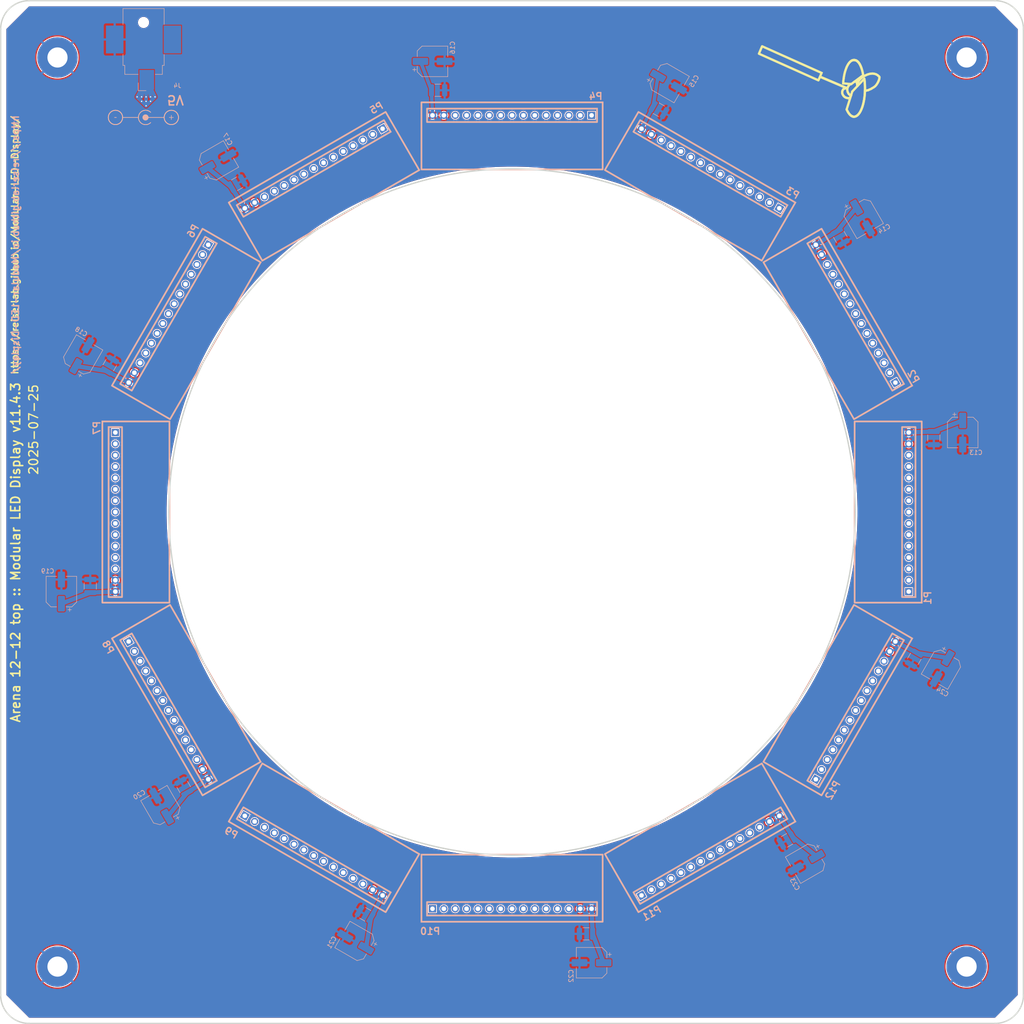
<source format=kicad_pcb>
(kicad_pcb (version 20241229) (generator "pcbnew") (generator_version "9.0")
  (title_block (title "Arena 12-12 top :: Modular LED Display") (date "2025-07-25") (rev "v11.4.3") (company "IORodeo for Reiserlab @ Janelia"))
  (layers (0 "F.Cu" signal) (2 "B.Cu" signal) (13 "F.Paste" user) (15 "B.Paste" user) (5 "F.SilkS" user "F.Silkscreen") (7 "B.SilkS" user "B.Silkscreen") (1 "F.Mask" user) (3 "B.Mask" user) (25 "Edge.Cuts" user))
  (property "URL" "")
  (net 0 "")
  (net 1 "+5V")
  (net 15 "GND")
  (footprint "MountingHole:MountingHole_4.5mm_Pad" (layer "F.Cu") (at 76.2 76.2)
    (property "Reference" "H1" (hide yes))
    (property "Value" "MountingHole_Pad" (hide yes))
  )
  (footprint "MountingHole:MountingHole_4.5mm_Pad" (layer "F.Cu") (at 279.4 279.4)
    (property "Reference" "H3" (hide yes))
    (property "Value" "MountingHole_Pad" (hide yes))
  )
  (footprint "MountingHole:MountingHole_4.5mm_Pad" (layer "F.Cu") (at 76.2 279.4)
    (property "Reference" "H4" (hide yes))
    (property "Value" "MountingHole_Pad" (hide yes))
  )
  (footprint "MountingHole:MountingHole_4.5mm_Pad" (layer "F.Cu") (at 279.4 76.2)
    (property "Reference" "H2" (hide yes))
    (property "Value" "MountingHole_Pad" (hide yes))
  )
  (footprint "Capacitor_SMD:CP_Elec_6.3x7.7" (layer "B.Cu") (at 160.02 77.070199)
    (property "Reference" "C16")
    (property "Value" "C_Polarized")
  )
  (footprint "Capacitor_SMD:C_1210_3225Metric" (layer "B.Cu") (at 210.617465 87.884082 -30)
    (property "Reference" "C3" (hide yes))
    (property "Value" "100uF" (hide yes))
  )
  (footprint "Connector_BarrelJack:BarrelJack_CUI_PJ-036AH-SMT_Horizontal" (layer "B.Cu") (at 95.44 75.37)
    (property "Reference" "J4")
    (property "Value" "Barrel_Jack")
  )
  (footprint "arena_custom:HEADER_TOP" (layer "B.Cu") (at 177.799999 266.474028)
    (property "Reference" "P10")
    (property "Value" "CONN15" (hide yes))
  )
  (footprint "arena_custom:HEADER_TOP" (layer "B.Cu") (at 254.593961 222.137014 60)
    (property "Reference" "P12")
    (property "Value" "CONN15" (hide yes))
  )
  (footprint "arena_custom:HEADER_TOP" (layer "B.Cu") (at 89.125971 177.8 -90)
    (property "Reference" "P7")
    (property "Value" "CONN15" (hide yes))
  )
  (footprint "Capacitor_SMD:CP_Elec_6.3x7.7" (layer "B.Cu") (at 273.924566 212.766968 -120)
    (property "Reference" "C24")
    (property "Value" "C_Polarized")
  )
  (footprint "Capacitor_SMD:C_1210_3225Metric" (layer "B.Cu") (at 161.2628 83.521799)
    (property "Reference" "C4" (hide yes))
    (property "Value" "100uF" (hide yes))
  )
  (footprint "Capacitor_SMD:C_1210_3225Metric" (layer "B.Cu") (at 267.715917 210.617465 -120)
    (property "Reference" "C12" (hide yes))
    (property "Value" "100uF" (hide yes))
  )
  (footprint "Capacitor_SMD:CP_Elec_6.3x7.7" (layer "B.Cu") (at 243.562832 256.144566 -150)
    (property "Reference" "C23")
    (property "Value" "C_Polarized")
  )
  (footprint "Capacitor_SMD:C_1210_3225Metric" (layer "B.Cu") (at 104.421282 239.260735 120)
    (property "Reference" "C8" (hide yes))
    (property "Value" "100uF" (hide yes))
  )
  (footprint "arena_custom:HEADER_TOP" (layer "B.Cu") (at 133.462985 254.593961 -30)
    (property "Reference" "P9")
    (property "Value" "CONN15" (hide yes))
  )
  (footprint "arena_custom:HEADER_TOP" (layer "B.Cu") (at 222.137014 254.593961 30)
    (property "Reference" "P11")
    (property "Value" "CONN15" (hide yes))
  )
  (footprint "Capacitor_SMD:CP_Elec_6.3x7.7" (layer "B.Cu") (at 77.070199 195.58 90)
    (property "Reference" "C19")
    (property "Value" "C_Polarized")
  )
  (footprint "Capacitor_SMD:CP_Elec_6.3x7.7" (layer "B.Cu") (at 142.833031 273.924566 150)
    (property "Reference" "C21")
    (property "Value" "C_Polarized")
  )
  (footprint "Capacitor_SMD:CP_Elec_6.3x7.7" (layer "B.Cu") (at 195.579999 278.5298 180)
    (property "Reference" "C22")
    (property "Value" "C_Polarized")
  )
  (footprint "Capacitor_SMD:C_1210_3225Metric" (layer "B.Cu") (at 116.339264 104.421282 30)
    (property "Reference" "C5" (hide yes))
    (property "Value" "100uF" (hide yes))
  )
  (footprint "arena_custom:HEADER_TOP" (layer "B.Cu") (at 133.462985 101.006038 -150)
    (property "Reference" "P5")
    (property "Value" "CONN15" (hide yes))
  )
  (footprint "Capacitor_SMD:C_1210_3225Metric" (layer "B.Cu") (at 239.260735 251.178717 -150)
    (property "Reference" "C11" (hide yes))
    (property "Value" "100uF" (hide yes))
  )
  (footprint "arena_custom:HEADER_TOP" (layer "B.Cu") (at 177.8 89.125971 180)
    (property "Reference" "P4")
    (property "Value" "CONN15" (hide yes))
  )
  (footprint "Capacitor_SMD:C_1210_3225Metric" (layer "B.Cu") (at 272.0782 161.2628 -90)
    (property "Reference" "C1" (hide yes))
    (property "Value" "100uF" (hide yes))
  )
  (footprint "Capacitor_SMD:C_1210_3225Metric" (layer "B.Cu") (at 251.178717 116.339264 -60)
    (property "Reference" "C2" (hide yes))
    (property "Value" "100uF" (hide yes))
  )
  (footprint "arena_custom:HEADER_TOP" (layer "B.Cu") (at 266.474028 177.8 90)
    (property "Reference" "P1")
    (property "Value" "CONN15" (hide yes))
  )
  (footprint "arena_custom:HEADER_TOP" (layer "B.Cu") (at 101.006038 133.462985 -120)
    (property "Reference" "P6")
    (property "Value" "CONN15" (hide yes))
  )
  (footprint "Capacitor_SMD:CP_Elec_6.3x7.7" (layer "B.Cu") (at 256.144566 112.037167 -60)
    (property "Reference" "C14")
    (property "Value" "C_Polarized")
  )
  (footprint "arena_custom:HEADER_TOP" (layer "B.Cu") (at 101.006038 222.137014 -60)
    (property "Reference" "P8")
    (property "Value" "CONN15" (hide yes))
  )
  (footprint "Capacitor_SMD:CP_Elec_6.3x7.7" (layer "B.Cu") (at 81.675433 142.833031 60)
    (property "Reference" "C18")
    (property "Value" "C_Polarized")
  )
  (footprint "Capacitor_SMD:CP_Elec_6.3x7.7" (layer "B.Cu") (at 112.037167 99.455433 30)
    (property "Reference" "C17")
    (property "Value" "C_Polarized")
  )
  (footprint "Capacitor_SMD:CP_Elec_6.3x7.7" (layer "B.Cu") (at 99.455433 243.562832 120)
    (property "Reference" "C20")
    (property "Value" "C_Polarized")
  )
  (footprint "Capacitor_SMD:C_1210_3225Metric" (layer "B.Cu") (at 87.884082 144.982534 60)
    (property "Reference" "C6" (hide yes))
    (property "Value" "100uF" (hide yes))
  )
  (footprint "arena_custom:HEADER_TOP" (layer "B.Cu") (at 254.593961 133.462985 120)
    (property "Reference" "P2")
    (property "Value" "CONN15" (hide yes))
  )
  (footprint "Capacitor_SMD:C_1210_3225Metric" (layer "B.Cu") (at 194.3372 272.0782 180)
    (property "Reference" "C10" (hide yes))
    (property "Value" "100uF" (hide yes))
  )
  (footprint "Capacitor_SMD:C_1210_3225Metric" (layer "B.Cu") (at 144.982534 267.715917 150)
    (property "Reference" "C9" (hide yes))
    (property "Value" "100uF" (hide yes))
  )
  (footprint "Capacitor_SMD:C_1210_3225Metric" (layer "B.Cu") (at 83.521799 194.3372 90)
    (property "Reference" "C7" (hide yes))
    (property "Value" "100uF" (hide yes))
  )
  (footprint "arena_custom:HEADER_TOP" (layer "B.Cu") (at 222.137014 101.006038 150)
    (property "Reference" "P3")
    (property "Value" "CONN15" (hide yes))
  )
  (footprint "Capacitor_SMD:CP_Elec_6.3x7.7" (layer "B.Cu") (at 212.766968 81.675433 -30)
    (property "Reference" "C15")
    (property "Value" "C_Polarized")
  )
  (footprint "Capacitor_SMD:CP_Elec_6.3x7.7" (layer "B.Cu") (at 278.5298 160.02 -90)
    (property "Reference" "C13")
    (property "Value" "C_Polarized")
  )
  (gr_line (start 252.745149 83.158866) (end 252.846682 82.811084) (stroke (width 0.514144)) (layer "F.SilkS"))
  (gr_line (start 254.751959 76.886737) (end 254.832186 76.932059) (stroke (width 0.514144)) (layer "F.SilkS"))
  (gr_line (start 253.201058 84.487587) (end 253.055121 84.332802) (stroke (width 0.514144)) (layer "F.SilkS"))
  (gr_line (start 252.707264 88.059074) (end 252.792607 88.226355) (stroke (width 0.514144)) (layer "F.SilkS"))
  (gr_line (start 255.278026 77.343544) (end 255.346418 77.434821) (stroke (width 0.514144)) (layer "F.SilkS"))
  (gr_line (start 254.88994 81.956723) (end 255.36423 81.335224) (stroke (width 0.514144)) (layer "F.SilkS"))
  (gr_line (start 254.006568 89.40495) (end 254.063107 89.416693) (stroke (width 0.514144)) (layer "F.SilkS"))
  (gr_line (start 253.168768 77.367627) (end 253.366821 77.154429) (stroke (width 0.514144)) (layer "F.SilkS"))
  (gr_line (start 256.126945 79.349167) (end 256.211541 79.714153) (stroke (width 0.514144)) (layer "F.SilkS"))
  (gr_line (start 256.610532 81.473064) (end 256.581974 81.216356) (stroke (width 0.514144)) (layer "F.SilkS"))
  (gr_line (start 255.478139 77.636285) (end 255.541468 77.746351) (stroke (width 0.514144)) (layer "F.SilkS"))
  (gr_line (start 254.121027 76.766337) (end 254.235015 76.759866) (stroke (width 0.514144)) (layer "F.SilkS"))
  (gr_line (start 253.568776 84.683342) (end 253.389552 84.621868) (stroke (width 0.514144)) (layer "F.SilkS"))
  (gr_line (start 252.619628 85.238463) (end 252.334113 85.137051) (stroke (width 0.514144)) (layer "F.SilkS"))
  (gr_line (start 256.498768 85.562187) (end 256.542752 85.274453) (stroke (width 0.514144)) (layer "F.SilkS"))
  (gr_line (start 252.096227 79.908031) (end 252.209505 79.447517) (stroke (width 0.514144)) (layer "F.SilkS"))
  (gr_line (start 254.936303 81.581314) (end 255.149848 81.616142) (stroke (width 0.514144)) (layer "F.SilkS"))
  (gr_line (start 255.004947 82.561612) (end 254.88994 81.956723) (stroke (width 0.514144)) (layer "F.SilkS"))
  (gr_line (start 255.063197 81.879162) (end 255.097867 81.791672) (stroke (width 0.514144)) (layer "F.SilkS"))
  (gr_line (start 253.573375 76.984955) (end 253.679557 76.917271) (stroke (width 0.514144)) (layer "F.SilkS"))
  (gr_line (start 255.191303 88.934018) (end 255.300145 88.807136) (stroke (width 0.514144)) (layer "F.SilkS"))
  (gr_line (start 254.234763 89.43192) (end 254.361233 89.423675) (stroke (width 0.514144)) (layer "F.SilkS"))
  (gr_line (start 254.361233 89.423675) (end 254.486039 89.399209) (stroke (width 0.514144)) (layer "F.SilkS"))
  (gr_line (start 256.053633 87.356131) (end 256.13085 87.126231) (stroke (width 0.514144)) (layer "F.SilkS"))
  (gr_line (start 254.586424 76.816575) (end 254.670039 76.848223) (stroke (width 0.514144)) (layer "F.SilkS"))
  (gr_line (start 255.097867 81.791672) (end 255.149848 81.616142) (stroke (width 0.514144)) (layer "F.SilkS"))
  (gr_line (start 254.832186 76.932059) (end 254.910721 76.984126) (stroke (width 0.514144)) (layer "F.SilkS"))
  (gr_line (start 255.886058 78.533617) (end 255.937597 78.685409) (stroke (width 0.514144)) (layer "F.SilkS"))
  (gr_line (start 252.209505 79.447517) (end 252.337602 79.01604) (stroke (width 0.514144)) (layer "F.SilkS"))
  (gr_line (start 256.395325 86.116053) (end 256.449574 85.842853) (stroke (width 0.514144)) (layer "F.SilkS"))
  (gr_line (start 254.965543 89.147073) (end 255.079717 89.047463) (stroke (width 0.514144)) (layer "F.SilkS"))
  (gr_line (start 254.177219 89.430215) (end 254.234763 89.43192) (stroke (width 0.514144)) (layer "F.SilkS"))
  (gr_line (start 254.235015 76.759866) (end 254.325411 76.763441) (stroke (width 0.514144)) (layer "F.SilkS"))
  (gr_line (start 255.062715 77.108259) (end 255.136175 77.180203) (stroke (width 0.514144)) (layer "F.SilkS"))
  (gr_line (start 254.980877 82.202116) (end 254.982787 82.188752) (stroke (width 0.514144)) (layer "F.SilkS"))
  (gr_line (start 252.979735 85.300139) (end 252.619628 85.238463) (stroke (width 0.514144)) (layer "F.SilkS"))
  (gr_line (start 253.568776 84.683342) (end 253.330451 85.199455) (stroke (width 0.514144)) (layer "F.SilkS"))
  (gr_line (start 251.706046 84.476022) (end 251.615916 84.247664) (stroke (width 0.514144)) (layer "F.SilkS"))
  (gr_line (start 257.776502 79.856604) (end 258.143428 79.801214) (stroke (width 0.514144)) (layer "F.SilkS"))
  (gr_line (start 254.008374 76.785575) (end 254.121027 76.766337) (stroke (width 0.514144)) (layer "F.SilkS"))
  (gr_line (start 258.955367 82.627557) (end 258.65461 82.854604) (stroke (width 0.514144)) (layer "F.SilkS"))
  (gr_line (start 259.925168 80.667401) (end 259.88186 80.992598) (stroke (width 0.514144)) (layer "F.SilkS"))
  (gr_line (start 259.72169 80.336422) (end 259.898368 80.517697) (stroke (width 0.514144)) (layer "F.SilkS"))
  (gr_line (start 251.901095 84.782901) (end 251.706046 84.476022) (stroke (width 0.514144)) (layer "F.SilkS"))
  (gr_line (start 256.449574 85.842853) (end 256.498768 85.562187) (stroke (width 0.514144)) (layer "F.SilkS"))
  (gr_line (start 255.603112 77.862559) (end 255.66307 77.984848) (stroke (width 0.514144)) (layer "F.SilkS"))
  (gr_line (start 255.833575 80.825176) (end 256.07449 80.614733) (stroke (width 0.514144)) (layer "F.SilkS"))
  (gr_poly (pts (xy 233.689051 73.692292) (xy 246.988669 79.646922) (xy 246.280092 81.308769) (xy 232.980474 75.354138)) (stroke (width 0.514144)) (fill no) (layer "F.SilkS"))
  (gr_line (start 256.641902 84.372824) (end 256.663503 84.060799) (stroke (width 0.514144)) (layer "F.SilkS"))
  (gr_line (start 252.337602 79.01604) (end 252.479614 78.615696) (stroke (width 0.514144)) (layer "F.SilkS"))
  (gr_line (start 252.580092 87.824001) (end 252.624902 87.882548) (stroke (width 0.514144)) (layer "F.SilkS"))
  (gr_line (start 253.344445 82.172428) (end 253.372692 82.12807) (stroke (width 0.514144)) (layer "F.SilkS"))
  (gr_line (start 252.908719 84.084789) (end 252.794068 83.836328) (stroke (width 0.514144)) (layer "F.SilkS"))
  (gr_line (start 259.456946 80.118536) (end 259.72169 80.336422) (stroke (width 0.514144)) (layer "F.SilkS"))
  (gr_line (start 254.968217 82.368427) (end 254.973825 82.28596) (stroke (width 0.514144)) (layer "F.SilkS"))
  (gr_line (start 256.874789 80.168502) (end 257.100726 80.06007) (stroke (width 0.514144)) (layer "F.SilkS"))
  (gr_line (start 255.797816 87.98511) (end 255.886962 87.785968) (stroke (width 0.514144)) (layer "F.SilkS"))
  (gr_poly (pts (xy 246.873984 80.574988) (xy 252.49223 82.962519) (xy 252.474799 83.003556) (xy 246.856554 80.616024)) (stroke (width 0.514144)) (fill no) (layer "F.SilkS"))
  (gr_line (start 256.679124 83.743696) (end 256.68861 83.421913) (stroke (width 0.514144)) (layer "F.SilkS"))
  (gr_line (start 252.479614 78.615696) (end 252.634639 78.248584) (stroke (width 0.514144)) (layer "F.SilkS"))
  (gr_line (start 258.437888 79.790373) (end 258.773953 79.846174) (stroke (width 0.514144)) (layer "F.SilkS"))
  (gr_line (start 256.542752 85.274453) (end 256.581372 84.98005) (stroke (width 0.514144)) (layer "F.SilkS"))
  (gr_line (start 259.88186 80.992598) (end 259.768065 81.348094) (stroke (width 0.514144)) (layer "F.SilkS"))
  (gr_line (start 259.898368 80.517697) (end 259.925168 80.667401) (stroke (width 0.514144)) (layer "F.SilkS"))
  (gr_line (start 251.998669 80.395481) (end 252.096227 79.908031) (stroke (width 0.514144)) (layer "F.SilkS"))
  (gr_line (start 252.334113 85.137051) (end 252.098681 84.975552) (stroke (width 0.514144)) (layer "F.SilkS"))
  (gr_line (start 254.848933 89.232451) (end 254.965543 89.147073) (stroke (width 0.514144)) (layer "F.SilkS"))
  (gr_line (start 253.841094 83.805115) (end 252.580092 87.824001) (stroke (width 0.514144)) (layer "F.SilkS"))
  (gr_line (start 259.108666 79.927544) (end 259.456946 80.118536) (stroke (width 0.514144)) (layer "F.SilkS"))
  (gr_line (start 253.259934 88.913733) (end 253.360701 89.019333) (stroke (width 0.514144)) (layer "F.SilkS"))
  (gr_line (start 255.777931 78.247431) (end 255.832836 78.387604) (stroke (width 0.514144)) (layer "F.SilkS"))
  (gr_line (start 254.978624 82.225119) (end 254.980877 82.202116) (stroke (width 0.514144)) (layer "F.SilkS"))
  (gr_line (start 252.605399 83.108125) (end 252.605399 83.082556) (stroke (width 0.514144)) (layer "F.SilkS"))
  (gr_line (start 252.846682 82.811084) (end 253.066798 82.474847) (stroke (width 0.514144)) (layer "F.SilkS"))
  (gr_line (start 251.854325 81.442799) (end 251.917734 80.90777) (stroke (width 0.514144)) (layer "F.SilkS"))
  (gr_line (start 252.980119 77.622451) (end 253.168768 77.367627) (stroke (width 0.514144)) (layer "F.SilkS"))
  (gr_line (start 252.880814 88.384095) (end 252.971767 88.531998) (stroke (width 0.514144)) (layer "F.SilkS"))
  (gr_line (start 253.161445 88.797113) (end 253.259934 88.913733) (stroke (width 0.514144)) (layer "F.SilkS"))
  (gr_line (start 254.119996 89.425128) (end 254.177219 89.430215) (stroke (width 0.514144)) (layer "F.SilkS"))
  (gr_line (start 255.705002 88.173204) (end 255.797816 87.98511) (stroke (width 0.514144)) (layer "F.SilkS"))
  (gr_line (start 252.098681 84.975552) (end 251.901095 84.782901) (stroke (width 0.514144)) (layer "F.SilkS"))
  (gr_line (start 255.300145 88.807136) (end 255.406091 88.667216) (stroke (width 0.514144)) (layer "F.SilkS"))
  (gr_line (start 254.486039 89.399209) (end 254.609027 89.358917) (stroke (width 0.514144)) (layer "F.SilkS"))
  (gr_line (start 255.832836 78.387604) (end 255.886058 78.533617) (stroke (width 0.514144)) (layer "F.SilkS"))
  (gr_line (start 253.784201 89.325617) (end 253.894598 89.371681) (stroke (width 0.514144)) (layer "F.SilkS"))
  (gr_line (start 256.211541 79.714153) (end 256.299143 80.148776) (stroke (width 0.514144)) (layer "F.SilkS"))
  (gr_line (start 255.608673 88.349852) (end 255.705002 88.173204) (stroke (width 0.514144)) (layer "F.SilkS"))
  (gr_line (start 254.670039 76.848223) (end 254.751959 76.886737) (stroke (width 0.514144)) (layer "F.SilkS"))
  (gr_line (start 253.366821 77.154429) (end 253.573375 76.984955) (stroke (width 0.514144)) (layer "F.SilkS"))
  (gr_line (start 254.982787 82.188752) (end 255.063197 81.879162) (stroke (width 0.514144)) (layer "F.SilkS"))
  (gr_line (start 255.972286 87.576175) (end 256.053633 87.356131) (stroke (width 0.514144)) (layer "F.SilkS"))
  (gr_line (start 256.272274 86.638462) (end 256.336173 86.381389) (stroke (width 0.514144)) (layer "F.SilkS"))
  (gr_line (start 251.580485 83.954265) (end 251.641486 83.657003) (stroke (width 0.514144)) (layer "F.SilkS"))
  (gr_line (start 256.13085 87.126231) (end 256.203781 86.886876) (stroke (width 0.514144)) (layer "F.SilkS"))
  (gr_line (start 255.721342 78.113159) (end 255.777931 78.247431) (stroke (width 0.514144)) (layer "F.SilkS"))
  (gr_line (start 256.387042 80.431636) (end 256.579345 80.320442) (stroke (width 0.514144)) (layer "F.SilkS"))
  (gr_line (start 255.541468 77.746351) (end 255.603112 77.862559) (stroke (width 0.514144)) (layer "F.SilkS"))
  (gr_line (start 251.615916 84.247664) (end 251.580485 83.954265) (stroke (width 0.514144)) (layer "F.SilkS"))
  (gr_line (start 253.06535 88.66977) (end 253.161445 88.797113) (stroke (width 0.514144)) (layer "F.SilkS"))
  (gr_line (start 256.68861 83.421913) (end 256.691806 83.095848) (stroke (width 0.514144)) (layer "F.SilkS"))
  (gr_line (start 255.346418 77.434821) (end 255.413122 77.532421) (stroke (width 0.514144)) (layer "F.SilkS"))
  (gr_line (start 256.671051 82.26839) (end 256.655167 81.999351) (stroke (width 0.514144)) (layer "F.SilkS"))
  (gr_line (start 258.143428 79.801214) (end 258.437888 79.790373) (stroke (width 0.514144)) (layer "F.SilkS"))
  (gr_line (start 259.628035 81.655472) (end 259.474351 81.949791) (stroke (width 0.514144)) (layer "F.SilkS"))
  (gr_line (start 253.463629 89.113617) (end 253.5686 89.196289) (stroke (width 0.514144)) (layer "F.SilkS"))
  (gr_line (start 251.949529 81.99266) (end 251.809344 81.99847) (stroke (width 0.514144)) (layer "F.SilkS"))
  (gr_line (start 253.679557 76.917271) (end 253.787526 76.861305) (stroke (width 0.514144)) (layer "F.SilkS"))
  (gr_line (start 255.406091 88.667216) (end 255.508985 88.514655) (stroke (width 0.514144)) (layer "F.SilkS"))
  (gr_line (start 257.711562 83.360622) (end 257.366582 83.518349) (stroke (width 0.514144)) (layer "F.SilkS"))
  (gr_line (start 253.675496 89.267055) (end 253.784201 89.325617) (stroke (width 0.514144)) (layer "F.SilkS"))
  (gr_line (start 256.691806 83.095848) (end 256.689467 82.816909) (stroke (width 0.514144)) (layer "F.SilkS"))
  (gr_line (start 257.417584 79.947794) (end 257.776502 79.856604) (stroke (width 0.514144)) (layer "F.SilkS"))
  (gr_line (start 259.235236 82.31449) (end 258.955367 82.627557) (stroke (width 0.514144)) (layer "F.SilkS"))
  (gr_line (start 251.985146 83.188646) (end 252.269 83.108125) (stroke (width 0.514144)) (layer "F.SilkS"))
  (gr_line (start 252.801775 77.916803) (end 252.980119 77.622451) (stroke (width 0.514144)) (layer "F.SilkS"))
  (gr_line (start 257.078921 83.567266) (end 256.807132 83.662512) (stroke (width 0.514144)) (layer "F.SilkS"))
  (gr_line (start 252.971767 88.531998) (end 253.06535 88.66977) (stroke (width 0.514144)) (layer "F.SilkS"))
  (gr_line (start 259.768065 81.348094) (end 259.628035 81.655472) (stroke (width 0.514144)) (layer "F.SilkS"))
  (gr_line (start 258.773953 79.846174) (end 259.108666 79.927544) (stroke (width 0.514144)) (layer "F.SilkS"))
  (gr_line (start 258.303035 83.05475) (end 258.022666 83.232966) (stroke (width 0.514144)) (layer "F.SilkS"))
  (gr_line (start 254.987563 77.04288) (end 255.062715 77.108259) (stroke (width 0.514144)) (layer "F.SilkS"))
  (gr_line (start 254.501115 76.791856) (end 254.586424 76.816575) (stroke (width 0.514144)) (layer "F.SilkS"))
  (gr_line (start 253.89717 76.817319) (end 254.008374 76.785575) (stroke (width 0.514144)) (layer "F.SilkS"))
  (gr_line (start 259.474351 81.949791) (end 259.235236 82.31449) (stroke (width 0.514144)) (layer "F.SilkS"))
  (gr_line (start 255.886962 87.785968) (end 255.972286 87.576175) (stroke (width 0.514144)) (layer "F.SilkS"))
  (gr_line (start 254.063107 89.416693) (end 254.119996 89.425128) (stroke (width 0.514144)) (layer "F.SilkS"))
  (gr_line (start 254.730043 89.303198) (end 254.848933 89.232451) (stroke (width 0.514144)) (layer "F.SilkS"))
  (gr_line (start 254.414111 76.774124) (end 254.501115 76.791856) (stroke (width 0.514144)) (layer "F.SilkS"))
  (gr_line (start 253.055121 84.332802) (end 252.908719 84.084789) (stroke (width 0.514144)) (layer "F.SilkS"))
  (gr_line (start 255.413122 77.532421) (end 255.478139 77.636285) (stroke (width 0.514144)) (layer "F.SilkS"))
  (gr_line (start 256.614473 84.679374) (end 256.641902 84.372824) (stroke (width 0.514144)) (layer "F.SilkS"))
  (gr_line (start 254.327039 81.60624) (end 254.588826 81.574595) (stroke (width 0.514144)) (layer "F.SilkS"))
  (gr_line (start 253.787526 76.861305) (end 253.89717 76.817319) (stroke (width 0.514144)) (layer "F.SilkS"))
  (gr_line (start 253.372692 82.12807) (end 251.949529 81.99266) (stroke (width 0.514144)) (layer "F.SilkS"))
  (gr_line (start 255.508985 88.514655) (end 255.608673 88.349852) (stroke (width 0.514144)) (layer "F.SilkS"))
  (gr_line (start 255.136175 77.180203) (end 255.207945 77.258651) (stroke (width 0.514144)) (layer "F.SilkS"))
  (gr_line (start 255.36423 81.335224) (end 255.577794 81.063886) (stroke (width 0.514144)) (layer "F.SilkS"))
  (gr_line (start 251.790027 83.362635) (end 251.985146 83.188646) (stroke (width 0.514144)) (layer "F.SilkS"))
  (gr_line (start 251.917734 80.90777) (end 251.998669 80.395481) (stroke (width 0.514144)) (layer "F.SilkS"))
  (gr_line (start 255.937597 78.685409) (end 256.035632 79.006091) (stroke (width 0.514144)) (layer "F.SilkS"))
  (gr_line (start 253.894598 89.371681) (end 253.950394 89.389933) (stroke (width 0.514144)) (layer "F.SilkS"))
  (gr_line (start 252.736449 83.485256) (end 252.745149 83.158866) (stroke (width 0.514144)) (layer "F.SilkS"))
  (gr_line (start 256.336173 86.381389) (end 256.395325 86.116053) (stroke (width 0.514144)) (layer "F.SilkS"))
  (gr_line (start 252.794068 83.836328) (end 252.736449 83.485256) (stroke (width 0.514144)) (layer "F.SilkS"))
  (gr_line (start 253.330451 85.199455) (end 252.979735 85.300139) (stroke (width 0.514144)) (layer "F.SilkS"))
  (gr_line (start 257.366582 83.518349) (end 257.078921 83.567266) (stroke (width 0.514144)) (layer "F.SilkS"))
  (gr_line (start 253.389552 84.621868) (end 253.201058 84.487587) (stroke (width 0.514144)) (layer "F.SilkS"))
  (gr_line (start 256.689467 82.816909) (end 256.682517 82.540999) (stroke (width 0.514144)) (layer "F.SilkS"))
  (gr_line (start 252.792607 88.226355) (end 252.880814 88.384095) (stroke (width 0.514144)) (layer "F.SilkS"))
  (gr_line (start 252.624902 87.882548) (end 252.707264 88.059074) (stroke (width 0.514144)) (layer "F.SilkS"))
  (gr_line (start 256.07449 80.614733) (end 256.387042 80.431636) (stroke (width 0.514144)) (layer "F.SilkS"))
  (gr_line (start 256.634961 81.734152) (end 256.610532 81.473064) (stroke (width 0.514144)) (layer "F.SilkS"))
  (gr_line (start 256.682517 82.540999) (end 256.671051 82.26839) (stroke (width 0.514144)) (layer "F.SilkS"))
  (gr_line (start 256.581974 81.216356) (end 256.546317 80.940561) (stroke (width 0.514144)) (layer "F.SilkS"))
  (gr_line (start 255.66307 77.984848) (end 255.721342 78.113159) (stroke (width 0.514144)) (layer "F.SilkS"))
  (gr_line (start 253.360701 89.019333) (end 253.463629 89.113617) (stroke (width 0.514144)) (layer "F.SilkS"))
  (gr_line (start 253.066798 82.474847) (end 253.224452 82.291574) (stroke (width 0.514144)) (layer "F.SilkS"))
  (gr_line (start 254.325411 76.763441) (end 254.414111 76.774124) (stroke (width 0.514144)) (layer "F.SilkS"))
  (gr_line (start 254.609027 89.358917) (end 254.730043 89.303198) (stroke (width 0.514144)) (layer "F.SilkS"))
  (gr_line (start 254.973825 82.28596) (end 254.978624 82.225119) (stroke (width 0.514144)) (layer "F.SilkS"))
  (gr_line (start 256.546317 80.940561) (end 253.841094 83.805115) (stroke (width 0.514144)) (layer "F.SilkS"))
  (gr_line (start 256.663503 84.060799) (end 256.681084 83.7039) (stroke (width 0.514144)) (layer "F.SilkS"))
  (gr_line (start 256.299143 80.148776) (end 253.604516 82.150128) (stroke (width 0.514144)) (layer "F.SilkS"))
  (gr_line (start 258.022666 83.232966) (end 257.711562 83.360622) (stroke (width 0.514144)) (layer "F.SilkS"))
  (gr_line (start 256.203781 86.886876) (end 256.272274 86.638462) (stroke (width 0.514144)) (layer "F.SilkS"))
  (gr_line (start 255.079717 89.047463) (end 255.191303 88.934018) (stroke (width 0.514144)) (layer "F.SilkS"))
  (gr_line (start 252.269 83.108125) (end 252.605399 83.108125) (stroke (width 0.514144)) (layer "F.SilkS"))
  (gr_line (start 256.579345 80.320442) (end 256.874789 80.168502) (stroke (width 0.514144)) (layer "F.SilkS"))
  (gr_line (start 256.807132 83.662512) (end 256.681084 83.7039) (stroke (width 0.514144)) (layer "F.SilkS"))
  (gr_line (start 256.581372 84.98005) (end 256.614473 84.679374) (stroke (width 0.514144)) (layer "F.SilkS"))
  (gr_line (start 255.577794 81.063886) (end 255.833575 80.825176) (stroke (width 0.514144)) (layer "F.SilkS"))
  (gr_line (start 253.5686 89.196289) (end 253.675496 89.267055) (stroke (width 0.514144)) (layer "F.SilkS"))
  (gr_line (start 256.035632 79.006091) (end 256.126945 79.349167) (stroke (width 0.514144)) (layer "F.SilkS"))
  (gr_line (start 254.588826 81.574595) (end 254.936303 81.581314) (stroke (width 0.514144)) (layer "F.SilkS"))
  (gr_line (start 253.950394 89.389933) (end 254.006568 89.40495) (stroke (width 0.514144)) (layer "F.SilkS"))
  (gr_line (start 253.370795 82.131049) (end 253.604516 82.150128) (stroke (width 0.514144)) (layer "F.SilkS"))
  (gr_line (start 251.641486 83.657003) (end 251.790027 83.362635) (stroke (width 0.514144)) (layer "F.SilkS"))
  (gr_line (start 252.634639 78.248584) (end 252.801775 77.916803) (stroke (width 0.514144)) (layer "F.SilkS"))
  (gr_line (start 255.207945 77.258651) (end 255.278026 77.343544) (stroke (width 0.514144)) (layer "F.SilkS"))
  (gr_line (start 258.65461 82.854604) (end 258.303035 83.05475) (stroke (width 0.514144)) (layer "F.SilkS"))
  (gr_line (start 257.100726 80.06007) (end 257.417584 79.947794) (stroke (width 0.514144)) (layer "F.SilkS"))
  (gr_line (start 253.224452 82.291574) (end 253.344445 82.172428) (stroke (width 0.514144)) (layer "F.SilkS"))
  (gr_line (start 251.809344 81.99847) (end 251.854325 81.442799) (stroke (width 0.514144)) (layer "F.SilkS"))
  (gr_line (start 254.910721 76.984126) (end 254.987563 77.04288) (stroke (width 0.514144)) (layer "F.SilkS"))
  (gr_line (start 256.655167 81.999351) (end 256.634961 81.734152) (stroke (width 0.514144)) (layer "F.SilkS"))
  (gr_line (start 94.948204 90.898649) (end 95.01429 90.944709) (stroke (width 0.15487)) (layer "B.SilkS"))
  (gr_line (start 103.209228 89.277668) (end 103.191385 89.200361) (stroke (width 0.179621)) (layer "B.SilkS"))
  (gr_line (start 102.924242 90.555782) (end 102.968792 90.493133) (stroke (width 0.179621)) (layer "B.SilkS"))
  (gr_line (start 87.655024 89.050288) (end 87.629902 89.124534) (stroke (width 0.179621)) (layer "B.SilkS"))
  (gr_line (start 89.984555 88.233135) (end 89.917639 88.19466) (stroke (width 0.179621)) (layer "B.SilkS"))
  (gr_line (start 100.064272 89.843051) (end 100.078324 89.92174) (stroke (width 0.179621)) (layer "B.SilkS"))
  (gr_line (start 95.082093 88.212355) (end 95.01429 88.25473) (stroke (width 0.15487)) (layer "B.SilkS"))
  (gr_line (start 87.973172 90.674113) (end 88.026081 90.729609) (stroke (width 0.179621)) (layer "B.SilkS"))
  (gr_line (start 87.789398 90.428285) (end 87.830961 90.493118) (stroke (width 0.179621)) (layer "B.SilkS"))
  (gr_line (start 95.669159 88.006007) (end 95.592771 88.018904) (stroke (width 0.15487)) (layer "B.SilkS"))
  (gr_line (start 90.389007 90.616146) (end 90.436444 90.555782) (stroke (width 0.179621)) (layer "B.SilkS"))
  (gr_line (start 100.04794 89.681932) (end 100.05411 89.763081) (stroke (width 0.179621)) (layer "B.SilkS"))
  (gr_line (start 88.262568 90.924731) (end 88.327401 90.966295) (stroke (width 0.179621)) (layer "B.SilkS"))
  (gr_line (start 101.887123 91.179224) (end 101.965811 91.165172) (stroke (width 0.179621)) (layer "B.SilkS"))
  (gr_line (start 100.46097 88.525308) (end 100.410747 88.583287) (stroke (width 0.179621)) (layer "B.SilkS"))
  (gr_line (start 102.405437 88.19466) (end 102.336538 88.159372) (stroke (width 0.179621)) (layer "B.SilkS"))
  (gr_line (start 100.04586 89.599703) (end 100.04794 89.681932) (stroke (width 0.179621)) (layer "B.SilkS"))
  (gr_line (start 103.22328 89.356357) (end 103.209228 89.277668) (stroke (width 0.179621)) (layer "B.SilkS"))
  (gr_line (start 102.472353 90.966303) (end 102.537185 90.92474) (stroke (width 0.179621)) (layer "B.SilkS"))
  (gr_line (start 89.319355 88.010053) (end 89.238206 88.003883) (stroke (width 0.179621)) (layer "B.SilkS"))
  (gr_line (start 90.596322 88.906944) (end 90.561034 88.838046) (stroke (width 0.179621)) (layer "B.SilkS"))
  (gr_line (start 94.704567 90.678287) (end 94.76168 90.738361) (stroke (width 0.15487)) (layer "B.SilkS"))
  (gr_line (start 100.951014 88.159372) (end 100.882115 88.19466) (stroke (width 0.179621)) (layer "B.SilkS"))
  (gr_line (start 101.965811 88.034267) (end 101.887123 88.020215) (stroke (width 0.179621)) (layer "B.SilkS"))
  (gr_line (start 90.23038 88.416906) (end 90.1724 88.366683) (stroke (width 0.179621)) (layer "B.SilkS"))
  (gr_line (start 103.116119 90.2217) (end 103.14473 90.149135) (stroke (width 0.179621)) (layer "B.SilkS"))
  (gr_line (start 95.367613 91.119737) (end 95.441855 91.143688) (stroke (width 0.15487)) (layer "B.SilkS"))
  (gr_line (start 90.735482 89.843058) (end 90.745644 89.763087) (stroke (width 0.179621)) (layer "B.SilkS"))
  (gr_line (start 100.142822 89.050288) (end 100.1177 89.124534) (stroke (width 0.179621)) (layer "B.SilkS"))
  (gr_line (start 89.073749 88.003883) (end 88.9926 88.010053) (stroke (width 0.179621)) (layer "B.SilkS"))
  (gr_line (start 87.875512 90.555768) (end 87.922949 90.616133) (stroke (width 0.179621)) (layer "B.SilkS"))
  (gr_line (start 94.297406 89.445369) (end 94.291879 89.522473) (stroke (width 0.15487)) (layer "B.SilkS"))
  (gr_line (start 100.277196 88.77113) (end 100.23872 88.838046) (stroke (width 0.179621)) (layer "B.SilkS"))
  (gr_line (start 94.291879 89.522473) (end 94.290036 89.59972) (stroke (width 0.15487)) (layer "B.SilkS"))
  (gr_line (start 96.54809 89.599703) (end 99.972849 89.599703) (stroke (width 0.168772)) (layer "B.SilkS"))
  (gr_line (start 88.327401 90.966295) (end 88.394317 91.004772) (stroke (width 0.179621)) (layer "B.SilkS"))
  (gr_line (start 87.683635 90.221687) (end 87.715634 90.292469) (stroke (width 0.179621)) (layer "B.SilkS"))
  (gr_line (start 101.726004 91.195556) (end 101.807153 91.189386) (stroke (width 0.179621)) (layer "B.SilkS"))
  (gr_line (start 100.05411 89.763081) (end 100.064272 89.843051) (stroke (width 0.179621)) (layer "B.SilkS"))
  (gr_line (start 100.203432 88.906944) (end 100.171433 88.977725) (stroke (width 0.179621)) (layer "B.SilkS"))
  (gr_line (start 88.533997 88.127373) (end 88.463216 88.159372) (stroke (width 0.179621)) (layer "B.SilkS"))
  (gr_line (start 96.054677 91.202644) (end 96.131494 91.193432) (stroke (width 0.15487)) (layer "B.SilkS"))
  (gr_line (start 95.745977 87.996795) (end 95.669159 88.006007) (stroke (width 0.15487)) (layer "B.SilkS"))
  (gr_line (start 90.656932 90.149135) (end 90.682054 90.074888) (stroke (width 0.179621)) (layer "B.SilkS"))
  (gr_line (start 94.439267 88.921669) (end 94.407947 88.993764) (stroke (width 0.15487)) (layer "B.SilkS"))
  (gr_line (start 94.291879 89.676967) (end 94.297406 89.754071) (stroke (width 0.15487)) (layer "B.SilkS"))
  (gr_line (start 94.601395 88.647598) (end 94.555336 88.713683) (stroke (width 0.15487)) (layer "B.SilkS"))
  (gr_line (start 94.306618 89.830888) (end 94.319514 89.907277) (stroke (width 0.15487)) (layer "B.SilkS"))
  (gr_line (start 100.04794 89.517475) (end 100.04586 89.599703) (stroke (width 0.179621)) (layer "B.SilkS"))
  (gr_line (start 94.336095 89.216347) (end 94.319514 89.292163) (stroke (width 0.15487)) (layer "B.SilkS"))
  (gr_line (start 102.773673 88.469814) (end 102.718178 88.416906) (stroke (width 0.179621)) (layer "B.SilkS"))
  (gr_line (start 102.193193 91.100676) (end 102.265756 91.072065) (stroke (width 0.179621)) (layer "B.SilkS"))
  (gr_line (start 87.655024 90.149122) (end 87.683635 90.221687) (stroke (width 0.179621)) (layer "B.SilkS"))
  (gr_line (start 87.590527 89.92174) (end 87.608369 89.999048) (stroke (width 0.179621)) (layer "B.SilkS"))
  (gr_line (start 101.726004 88.003883) (end 101.643776 88.001804) (stroke (width 0.179621)) (layer "B.SilkS"))
  (gr_line (start 103.08412 88.906944) (end 103.048832 88.838046) (stroke (width 0.179621)) (layer "B.SilkS"))
  (gr_line (start 94.76168 88.461078) (end 94.704567 88.521153) (stroke (width 0.15487)) (layer "B.SilkS"))
  (gr_line (start 96.71856 90.987084) (end 96.786363 90.944709) (stroke (width 0.15487)) (layer "B.SilkS"))
  (gr_line (start 96.358798 91.143688) (end 96.43304 91.119737) (stroke (width 0.15487)) (layer "B.SilkS"))
  (gr_line (start 88.756634 91.147328) (end 88.833942 91.165171) (stroke (width 0.179621)) (layer "B.SilkS"))
  (gr_line (start 90.285875 88.469814) (end 90.23038 88.416906) (stroke (width 0.179621)) (layer "B.SilkS"))
  (gr_line (start 95.01429 88.25473) (end 94.948204 88.30079) (stroke (width 0.15487)) (layer "B.SilkS"))
  (gr_line (start 96.131494 88.006007) (end 96.054677 87.996795) (stroke (width 0.15487)) (layer "B.SilkS"))
  (gr_line (start 88.833942 88.034267) (end 88.756634 88.052109) (stroke (width 0.179621)) (layer "B.SilkS"))
  (gr_line (start 102.472353 88.233135) (end 102.405437 88.19466) (stroke (width 0.179621)) (layer "B.SilkS"))
  (gr_line (start 96.131494 91.193432) (end 96.207882 91.180535) (stroke (width 0.15487)) (layer "B.SilkS"))
  (gr_line (start 100.410747 90.616133) (end 100.46097 90.674113) (stroke (width 0.179621)) (layer "B.SilkS"))
  (gr_line (start 89.777959 88.127373) (end 89.705395 88.098763) (stroke (width 0.179621)) (layer "B.SilkS"))
  (gr_line (start 87.973172 88.525308) (end 87.922949 88.583287) (stroke (width 0.179621)) (layer "B.SilkS"))
  (gr_line (start 87.558063 89.599703) (end 87.560142 89.681932) (stroke (width 0.179621)) (layer "B.SilkS"))
  (gr_line (start 89.777959 91.072065) (end 89.84874 91.040066) (stroke (width 0.179621)) (layer "B.SilkS"))
  (gr_line (start 101.807153 88.010053) (end 101.726004 88.003883) (stroke (width 0.179621)) (layer "B.SilkS"))
  (gr_line (start 102.968792 88.706299) (end 102.924242 88.643651) (stroke (width 0.179621)) (layer "B.SilkS"))
  (gr_line (start 96.978898 88.403964) (end 96.916675 88.350535) (stroke (width 0.15487)) (layer "B.SilkS"))
  (gr_line (start 94.883978 88.350535) (end 94.821756 88.403964) (stroke (width 0.15487)) (layer "B.SilkS"))
  (gr_line (start 95.669159 91.193432) (end 95.745976 91.202644) (stroke (width 0.15487)) (layer "B.SilkS"))
  (gr_line (start 102.193193 88.098763) (end 102.118947 88.073641) (stroke (width 0.179621)) (layer "B.SilkS"))
  (gr_line (start 101.094359 91.100672) (end 101.168605 91.125795) (stroke (width 0.179621)) (layer "B.SilkS"))
  (gr_line (start 96.718561 88.212355) (end 96.649184 88.173665) (stroke (width 0.15487)) (layer "B.SilkS"))
  (gr_line (start 94.407947 90.205675) (end 94.439267 90.277771) (stroke (width 0.15487)) (layer "B.SilkS"))
  (gr_line (start 100.36331 88.643651) (end 100.318759 88.706299) (stroke (width 0.179621)) (layer "B.SilkS"))
  (gr_line (start 88.394317 91.004772) (end 88.463216 91.040061) (stroke (width 0.179621)) (layer "B.SilkS"))
  (gr_line (start 102.826582 90.674126) (end 102.876805 90.616146) (stroke (width 0.179621)) (layer "B.SilkS"))
  (gr_line (start 96.978898 90.795475) (end 97.038974 90.738361) (stroke (width 0.15487)) (layer "B.SilkS"))
  (gr_line (start 94.821756 90.795475) (end 94.883978 90.848905) (stroke (width 0.15487)) (layer "B.SilkS"))
  (gr_line (start 89.478013 91.165172) (end 89.555322 91.14733) (stroke (width 0.179621)) (layer "B.SilkS"))
  (gr_line (start 100.171433 88.977725) (end 100.142822 89.050288) (stroke (width 0.179621)) (layer "B.SilkS"))
  (gr_line (start 102.660198 90.832753) (end 102.718178 90.78253) (stroke (width 0.179621)) (layer "B.SilkS"))
  (gr_line (start 100.882115 91.004772) (end 100.951014 91.040061) (stroke (width 0.179621)) (layer "B.SilkS"))
  (gr_line (start 90.436444 90.555782) (end 90.480995 90.493133) (stroke (width 0.179621)) (layer "B.SilkS"))
  (gr_line (start 88.680807 88.073641) (end 88.606561 88.098763) (stroke (width 0.179621)) (layer "B.SilkS"))
  (gr_line (start 100.171433 90.221687) (end 100.203432 90.292469) (stroke (width 0.179621)) (layer "B.SilkS"))
  (gr_line (start 90.338784 88.525308) (end 90.285875 88.469814) (stroke (width 0.179621)) (layer "B.SilkS"))
  (gr_line (start 95.151469 91.025775) (end 95.222277 91.06078) (stroke (width 0.15487)) (layer "B.SilkS"))
  (gr_line (start 90.112036 88.319247) (end 90.049388 88.274697) (stroke (width 0.179621)) (layer "B.SilkS"))
  (gr_line (start 88.026081 90.729609) (end 88.081576 90.782519) (stroke (width 0.179621)) (layer "B.SilkS"))
  (gr_line (start 94.883978 90.848905) (end 94.948204 90.898649) (stroke (width 0.15487)) (layer "B.SilkS"))
  (gr_line (start 103.22328 89.843058) (end 103.233442 89.763087) (stroke (width 0.179621)) (layer "B.SilkS"))
  (gr_line (start 102.599834 88.319247) (end 102.537185 88.274697) (stroke (width 0.179621)) (layer "B.SilkS"))
  (gr_line (start 100.410747 88.583287) (end 100.36331 88.643651) (stroke (width 0.179621)) (layer "B.SilkS"))
  (gr_line (start 87.922949 90.616133) (end 87.973172 90.674113) (stroke (width 0.179621)) (layer "B.SilkS"))
  (gr_line (start 89.84874 91.040066) (end 89.917639 91.004778) (stroke (width 0.179621)) (layer "B.SilkS"))
  (gr_line (start 90.389007 88.583287) (end 90.338784 88.525308) (stroke (width 0.179621)) (layer "B.SilkS"))
  (gr_line (start 103.14473 89.050288) (end 103.116119 88.977725) (stroke (width 0.179621)) (layer "B.SilkS"))
  (gr_line (start 96.283698 88.035485) (end 96.207883 88.018904) (stroke (width 0.15487)) (layer "B.SilkS"))
  (gr_line (start 101.887123 88.020215) (end 101.807153 88.010053) (stroke (width 0.179621)) (layer "B.SilkS"))
  (gr_poly (pts (xy 101.712173 89.665655) (xy 102.161301 89.665655) (xy 102.161301 89.533816) (xy 101.712173 89.533816) (xy 101.712173 89.084683) (xy 101.575375 89.084683) (xy 101.575375 89.533816) (xy 101.126249 89.533816) (xy 101.126249 89.665655) (xy 101.575375 89.665655) (xy 101.575375 90.114788) (xy 101.712173 90.114788)) (fill yes) (layer "B.SilkS"))
  (gr_line (start 88.081576 90.782519) (end 88.139555 90.832743) (stroke (width 0.179621)) (layer "B.SilkS"))
  (gr_line (start 87.608369 89.999048) (end 87.629902 90.074876) (stroke (width 0.179621)) (layer "B.SilkS"))
  (gr_line (start 89.238206 88.003883) (end 89.155978 88.001804) (stroke (width 0.179621)) (layer "B.SilkS"))
  (gr_line (start 90.735482 89.356357) (end 90.721429 89.277668) (stroke (width 0.179621)) (layer "B.SilkS"))
  (gr_line (start 88.19992 88.319247) (end 88.139555 88.366683) (stroke (width 0.179621)) (layer "B.SilkS"))
  (gr_line (start 97.038974 88.461078) (end 96.978898 88.403964) (stroke (width 0.15487)) (layer "B.SilkS"))
  (gr_line (start 87.608369 89.200361) (end 87.590527 89.277668) (stroke (width 0.179621)) (layer "B.SilkS"))
  (gr_line (start 103.233442 89.763087) (end 103.239612 89.681935) (stroke (width 0.179621)) (layer "B.SilkS"))
  (gr_line (start 102.118947 88.073641) (end 102.04312 88.052109) (stroke (width 0.179621)) (layer "B.SilkS"))
  (gr_line (start 90.815621 89.599703) (end 94.240379 89.599703) (stroke (width 0.168772)) (layer "B.SilkS"))
  (gr_line (start 100.569374 88.416906) (end 100.513879 88.469814) (stroke (width 0.179621)) (layer "B.SilkS"))
  (gr_line (start 102.118947 91.125798) (end 102.193193 91.100676) (stroke (width 0.179621)) (layer "B.SilkS"))
  (gr_line (start 100.064272 89.356357) (end 100.05411 89.436326) (stroke (width 0.179621)) (layer "B.SilkS"))
  (gr_line (start 88.9926 91.189386) (end 89.073749 91.195556) (stroke (width 0.179621)) (layer "B.SilkS"))
  (gr_line (start 89.631149 91.125798) (end 89.705395 91.100676) (stroke (width 0.179621)) (layer "B.SilkS"))
  (gr_line (start 96.578376 88.138659) (end 96.506281 88.107339) (stroke (width 0.15487)) (layer "B.SilkS"))
  (gr_line (start 87.750922 90.361369) (end 87.789398 90.428285) (stroke (width 0.179621)) (layer "B.SilkS"))
  (gr_line (start 90.703587 89.999059) (end 90.721429 89.921749) (stroke (width 0.179621)) (layer "B.SilkS"))
  (gr_line (start 90.596322 90.292483) (end 90.628321 90.2217) (stroke (width 0.179621)) (layer "B.SilkS"))
  (gr_line (start 101.643776 91.197636) (end 101.726004 91.195556) (stroke (width 0.179621)) (layer "B.SilkS"))
  (gr_line (start 87.576474 89.843051) (end 87.590527 89.92174) (stroke (width 0.179621)) (layer "B.SilkS"))
  (gr_line (start 90.1724 90.832753) (end 90.23038 90.78253) (stroke (width 0.179621)) (layer "B.SilkS"))
  (gr_line (start 90.751814 89.681935) (end 90.753893 89.599703) (stroke (width 0.179621)) (layer "B.SilkS"))
  (gr_line (start 89.84874 88.159372) (end 89.777959 88.127373) (stroke (width 0.179621)) (layer "B.SilkS"))
  (gr_line (start 94.601395 90.551841) (end 94.651138 90.616066) (stroke (width 0.15487)) (layer "B.SilkS"))
  (gr_line (start 95.441855 88.055752) (end 95.367613 88.079703) (stroke (width 0.15487)) (layer "B.SilkS"))
  (gr_line (start 90.436444 88.643651) (end 90.389007 88.583287) (stroke (width 0.179621)) (layer "B.SilkS"))
  (gr_line (start 89.917639 91.004778) (end 89.984555 90.966303) (stroke (width 0.179621)) (layer "B.SilkS"))
  (gr_line (start 90.480995 88.706299) (end 90.436444 88.643651) (stroke (width 0.179621)) (layer "B.SilkS"))
  (gr_line (start 100.627354 90.832743) (end 100.687718 90.88018) (stroke (width 0.179621)) (layer "B.SilkS"))
  (gr_line (start 88.026081 88.469814) (end 87.973172 88.525308) (stroke (width 0.179621)) (layer "B.SilkS"))
  (gr_line (start 101.965811 91.165172) (end 102.04312 91.14733) (stroke (width 0.179621)) (layer "B.SilkS"))
  (gr_line (start 90.561034 88.838046) (end 90.522558 88.77113) (stroke (width 0.179621)) (layer "B.SilkS"))
  (gr_line (start 96.916675 88.350535) (end 96.852449 88.30079) (stroke (width 0.15487)) (layer "B.SilkS"))
  (gr_line (start 88.912631 88.020215) (end 88.833942 88.034267) (stroke (width 0.179621)) (layer "B.SilkS"))
  (gr_poly (pts (xy 89.413094 89.52516) (xy 88.898863 89.52516) (xy 88.898863 89.674311) (xy 89.413094 89.674311)) (fill yes) (layer "B.SilkS"))
  (gr_line (start 89.917639 88.19466) (end 89.84874 88.159372) (stroke (width 0.179621)) (layer "B.SilkS"))
  (gr_line (start 100.687718 90.88018) (end 100.750367 90.924731) (stroke (width 0.179621)) (layer "B.SilkS"))
  (gr_line (start 100.513879 88.469814) (end 100.46097 88.525308) (stroke (width 0.179621)) (layer "B.SilkS"))
  (gr_line (start 100.203432 90.292469) (end 100.23872 90.361369) (stroke (width 0.179621)) (layer "B.SilkS"))
  (gr_line (start 103.191385 89.999059) (end 103.209228 89.921749) (stroke (width 0.179621)) (layer "B.SilkS"))
  (gr_line (start 102.660198 88.366683) (end 102.599834 88.319247) (stroke (width 0.179621)) (layer "B.SilkS"))
  (gr_line (start 87.683635 88.977725) (end 87.655024 89.050288) (stroke (width 0.179621)) (layer "B.SilkS"))
  (gr_line (start 88.139555 90.832743) (end 88.19992 90.88018) (stroke (width 0.179621)) (layer "B.SilkS"))
  (gr_line (start 94.512962 90.417954) (end 94.555336 90.485756) (stroke (width 0.15487)) (layer "B.SilkS"))
  (gr_line (start 94.306618 89.368551) (end 94.297406 89.445369) (stroke (width 0.15487)) (layer "B.SilkS"))
  (gr_line (start 103.08412 90.292483) (end 103.116119 90.2217) (stroke (width 0.179621)) (layer "B.SilkS"))
  (gr_line (start 95.01429 90.944709) (end 95.082093 90.987084) (stroke (width 0.15487)) (layer "B.SilkS"))
  (gr_line (start 94.380312 90.132435) (end 94.407947 90.205675) (stroke (width 0.15487)) (layer "B.SilkS"))
  (gr_line (start 101.244432 91.147328) (end 101.32174 91.165171) (stroke (width 0.179621)) (layer "B.SilkS"))
  (gr_line (start 95.592771 91.180535) (end 95.669159 91.193432) (stroke (width 0.15487)) (layer "B.SilkS"))
  (gr_line (start 89.555322 88.052109) (end 89.478013 88.034267) (stroke (width 0.179621)) (layer "B.SilkS"))
  (gr_line (start 95.745976 91.202644) (end 95.82308 91.208171) (stroke (width 0.15487)) (layer "B.SilkS"))
  (gr_line (start 100.318759 90.493118) (end 100.36331 90.555768) (stroke (width 0.179621)) (layer "B.SilkS"))
  (gr_line (start 94.319514 89.292163) (end 94.306618 89.368551) (stroke (width 0.15487)) (layer "B.SilkS"))
  (gr_line (start 88.833942 91.165171) (end 88.912631 91.179224) (stroke (width 0.179621)) (layer "B.SilkS"))
  (gr_line (start 101.643776 88.001804) (end 101.561548 88.003883) (stroke (width 0.179621)) (layer "B.SilkS"))
  (gr_line (start 88.912631 91.179224) (end 88.9926 91.189386) (stroke (width 0.179621)) (layer "B.SilkS"))
  (gr_line (start 100.815199 90.966295) (end 100.882115 91.004772) (stroke (width 0.179621)) (layer "B.SilkS"))
  (gr_line (start 87.560142 89.681932) (end 87.566312 89.763081) (stroke (width 0.179621)) (layer "B.SilkS"))
  (gr_line (start 102.405437 91.004778) (end 102.472353 90.966303) (stroke (width 0.179621)) (layer "B.SilkS"))
  (gr_line (start 100.750367 90.924731) (end 100.815199 90.966295) (stroke (width 0.179621)) (layer "B.SilkS"))
  (gr_line (start 88.756634 88.052109) (end 88.680807 88.073641) (stroke (width 0.179621)) (layer "B.SilkS"))
  (gr_line (start 94.555336 90.485756) (end 94.601395 90.551841) (stroke (width 0.15487)) (layer "B.SilkS"))
  (gr_line (start 100.882115 88.19466) (end 100.815199 88.233135) (stroke (width 0.179621)) (layer "B.SilkS"))
  (gr_line (start 88.262568 88.274697) (end 88.19992 88.319247) (stroke (width 0.179621)) (layer "B.SilkS"))
  (gr_line (start 103.010356 90.4283) (end 103.048832 90.361383) (stroke (width 0.179621)) (layer "B.SilkS"))
  (gr_line (start 89.399325 88.020215) (end 89.319355 88.010053) (stroke (width 0.179621)) (layer "B.SilkS"))
  (gr_line (start 90.753893 89.599703) (end 90.751814 89.517475) (stroke (width 0.179621)) (layer "B.SilkS"))
  (gr_line (start 94.439267 90.277771) (end 94.474272 90.348578) (stroke (width 0.15487)) (layer "B.SilkS"))
  (gr_line (start 96.43304 88.079703) (end 96.358799 88.055752) (stroke (width 0.15487)) (layer "B.SilkS"))
  (gr_line (start 94.319514 89.907277) (end 94.336095 89.983093) (stroke (width 0.15487)) (layer "B.SilkS"))
  (gr_line (start 88.081576 88.416906) (end 88.026081 88.469814) (stroke (width 0.179621)) (layer "B.SilkS"))
  (gr_line (start 100.05411 89.436326) (end 100.04794 89.517475) (stroke (width 0.179621)) (layer "B.SilkS"))
  (gr_line (start 87.830961 88.706299) (end 87.789398 88.77113) (stroke (width 0.179621)) (layer "B.SilkS"))
  (gr_line (start 103.169852 90.074888) (end 103.191385 89.999059) (stroke (width 0.179621)) (layer "B.SilkS"))
  (gr_line (start 95.294373 91.092101) (end 95.367613 91.119737) (stroke (width 0.15487)) (layer "B.SilkS"))
  (gr_line (start 103.241692 89.599703) (end 103.239612 89.517475) (stroke (width 0.179621)) (layer "B.SilkS"))
  (gr_line (start 101.32174 91.165171) (end 101.400429 91.179224) (stroke (width 0.179621)) (layer "B.SilkS"))
  (gr_line (start 90.656932 89.050288) (end 90.628321 88.977725) (stroke (width 0.179621)) (layer "B.SilkS"))
  (gr_line (start 95.82308 87.991268) (end 95.745977 87.996795) (stroke (width 0.15487)) (layer "B.SilkS"))
  (gr_line (start 96.852449 90.898649) (end 96.916675 90.848905) (stroke (width 0.15487)) (layer "B.SilkS"))
  (gr_line (start 88.533997 91.072061) (end 88.606561 91.100672) (stroke (width 0.179621)) (layer "B.SilkS"))
  (gr_line (start 103.209228 89.921749) (end 103.22328 89.843058) (stroke (width 0.179621)) (layer "B.SilkS"))
  (gr_line (start 88.139555 88.366683) (end 88.081576 88.416906) (stroke (width 0.179621)) (layer "B.SilkS"))
  (gr_line (start 88.327401 88.233135) (end 88.262568 88.274697) (stroke (width 0.179621)) (layer "B.SilkS"))
  (gr_line (start 100.513879 90.729609) (end 100.569374 90.782519) (stroke (width 0.179621)) (layer "B.SilkS"))
  (gr_line (start 102.265756 88.127373) (end 102.193193 88.098763) (stroke (width 0.179621)) (layer "B.SilkS"))
  (gr_line (start 94.512962 88.781485) (end 94.474272 88.850862) (stroke (width 0.15487)) (layer "B.SilkS"))
  (gr_line (start 88.463216 88.159372) (end 88.394317 88.19466) (stroke (width 0.179621)) (layer "B.SilkS"))
  (gr_line (start 96.578376 91.06078) (end 96.649184 91.025775) (stroke (width 0.15487)) (layer "B.SilkS"))
  (gr_line (start 90.703587 89.200361) (end 90.682054 89.124534) (stroke (width 0.179621)) (layer "B.SilkS"))
  (gr_line (start 95.441855 91.143688) (end 95.516955 91.163954) (stroke (width 0.15487)) (layer "B.SilkS"))
  (gr_line (start 90.338784 90.674126) (end 90.389007 90.616146) (stroke (width 0.179621)) (layer "B.SilkS"))
  (gr_line (start 101.480399 88.010053) (end 101.400429 88.020215) (stroke (width 0.179621)) (layer "B.SilkS"))
  (gr_line (start 94.380312 89.067004) (end 94.356361 89.141246) (stroke (width 0.15487)) (layer "B.SilkS"))
  (gr_line (start 103.239612 89.681935) (end 103.241692 89.599703) (stroke (width 0.179621)) (layer "B.SilkS"))
  (gr_line (start 102.773673 90.729621) (end 102.826582 90.674126) (stroke (width 0.179621)) (layer "B.SilkS"))
  (gr_line (start 94.407947 88.993764) (end 94.380312 89.067004) (stroke (width 0.15487)) (layer "B.SilkS"))
  (gr_line (start 100.23872 90.361369) (end 100.277196 90.428285) (stroke (width 0.179621)) (layer "B.SilkS"))
  (gr_line (start 101.244432 88.052109) (end 101.168605 88.073641) (stroke (width 0.179621)) (layer "B.SilkS"))
  (gr_line (start 100.1177 89.124534) (end 100.096167 89.200361) (stroke (width 0.179621)) (layer "B.SilkS"))
  (gr_line (start 94.948204 88.30079) (end 94.883978 88.350535) (stroke (width 0.15487)) (layer "B.SilkS"))
  (gr_line (start 95.222277 88.138659) (end 95.15147 88.173665) (stroke (width 0.15487)) (layer "B.SilkS"))
  (gr_line (start 87.875512 88.643651) (end 87.830961 88.706299) (stroke (width 0.179621)) (layer "B.SilkS"))
  (gr_line (start 88.606561 91.100672) (end 88.680807 91.125795) (stroke (width 0.179621)) (layer "B.SilkS"))
  (gr_line (start 87.566312 89.436326) (end 87.560142 89.517475) (stroke (width 0.179621)) (layer "B.SilkS"))
  (gr_line (start 89.319355 91.189386) (end 89.399325 91.179224) (stroke (width 0.179621)) (layer "B.SilkS"))
  (gr_line (start 95.516955 88.035485) (end 95.441855 88.055752) (stroke (width 0.15487)) (layer "B.SilkS"))
  (gr_line (start 87.715634 88.906944) (end 87.683635 88.977725) (stroke (width 0.179621)) (layer "B.SilkS"))
  (gr_line (start 101.094359 88.098763) (end 101.021795 88.127373) (stroke (width 0.179621)) (layer "B.SilkS"))
  (gr_line (start 89.555322 91.14733) (end 89.631149 91.125798) (stroke (width 0.179621)) (layer "B.SilkS"))
  (gr_line (start 103.239612 89.517475) (end 103.233442 89.436326) (stroke (width 0.179621)) (layer "B.SilkS"))
  (gr_line (start 96.207882 91.180535) (end 96.283698 91.163954) (stroke (width 0.15487)) (layer "B.SilkS"))
  (gr_line (start 90.285875 90.729621) (end 90.338784 90.674126) (stroke (width 0.179621)) (layer "B.SilkS"))
  (gr_line (start 87.789398 88.77113) (end 87.750922 88.838046) (stroke (width 0.179621)) (layer "B.SilkS"))
  (gr_line (start 89.399325 91.179224) (end 89.478013 91.165172) (stroke (width 0.179621)) (layer "B.SilkS"))
  (gr_line (start 103.048832 90.361383) (end 103.08412 90.292483) (stroke (width 0.179621)) (layer "B.SilkS"))
  (gr_line (start 101.561548 88.003883) (end 101.480399 88.010053) (stroke (width 0.179621)) (layer "B.SilkS"))
  (gr_line (start 88.606561 88.098763) (end 88.533997 88.127373) (stroke (width 0.179621)) (layer "B.SilkS"))
  (gr_line (start 95.15147 88.173665) (end 95.082093 88.212355) (stroke (width 0.15487)) (layer "B.SilkS"))
  (gr_line (start 100.318759 88.706299) (end 100.277196 88.77113) (stroke (width 0.179621)) (layer "B.SilkS"))
  (gr_line (start 89.984555 90.966303) (end 90.049388 90.92474) (stroke (width 0.179621)) (layer "B.SilkS"))
  (gr_line (start 95.977573 87.991268) (end 95.900327 87.989426) (stroke (width 0.15487)) (layer "B.SilkS"))
  (gr_line (start 90.628321 90.2217) (end 90.656932 90.149135) (stroke (width 0.179621)) (layer "B.SilkS"))
  (gr_line (start 87.566312 89.763081) (end 87.576474 89.843051) (stroke (width 0.179621)) (layer "B.SilkS"))
  (gr_line (start 100.750367 88.274697) (end 100.687718 88.319247) (stroke (width 0.179621)) (layer "B.SilkS"))
  (gr_line (start 101.168605 91.125795) (end 101.244432 91.147328) (stroke (width 0.179621)) (layer "B.SilkS"))
  (gr_line (start 95.592771 88.018904) (end 95.516955 88.035485) (stroke (width 0.15487)) (layer "B.SilkS"))
  (gr_line (start 90.23038 90.78253) (end 90.285875 90.729621) (stroke (width 0.179621)) (layer "B.SilkS"))
  (gr_line (start 102.336538 88.159372) (end 102.265756 88.127373) (stroke (width 0.179621)) (layer "B.SilkS"))
  (gr_line (start 100.277196 90.428285) (end 100.318759 90.493118) (stroke (width 0.179621)) (layer "B.SilkS"))
  (gr_line (start 87.590527 89.277668) (end 87.576474 89.356357) (stroke (width 0.179621)) (layer "B.SilkS"))
  (gr_line (start 94.297406 89.754071) (end 94.306618 89.830888) (stroke (width 0.15487)) (layer "B.SilkS"))
  (gr_line (start 96.43304 91.119737) (end 96.50628 91.092101) (stroke (width 0.15487)) (layer "B.SilkS"))
  (gr_line (start 100.1177 90.074876) (end 100.142822 90.149122) (stroke (width 0.179621)) (layer "B.SilkS"))
  (gr_line (start 94.651138 90.616066) (end 94.704567 90.678287) (stroke (width 0.15487)) (layer "B.SilkS"))
  (gr_line (start 95.222277 91.06078) (end 95.294373 91.092101) (stroke (width 0.15487)) (layer "B.SilkS"))
  (gr_line (start 100.36331 90.555768) (end 100.410747 90.616133) (stroke (width 0.179621)) (layer "B.SilkS"))
  (gr_line (start 94.821756 88.403964) (end 94.76168 88.461078) (stroke (width 0.15487)) (layer "B.SilkS"))
  (gr_line (start 95.82308 91.208171) (end 95.900326 91.210014) (stroke (width 0.15487)) (layer "B.SilkS"))
  (gr_line (start 89.705395 91.100676) (end 89.777959 91.072065) (stroke (width 0.179621)) (layer "B.SilkS"))
  (gr_line (start 96.054677 87.996795) (end 95.977573 87.991268) (stroke (width 0.15487)) (layer "B.SilkS"))
  (gr_line (start 102.876805 88.583287) (end 102.826582 88.525308) (stroke (width 0.179621)) (layer "B.SilkS"))
  (gr_line (start 87.576474 89.356357) (end 87.566312 89.436326) (stroke (width 0.179621)) (layer "B.SilkS"))
  (gr_line (start 102.826582 88.525308) (end 102.773673 88.469814) (stroke (width 0.179621)) (layer "B.SilkS"))
  (gr_line (start 100.096167 89.200361) (end 100.078324 89.277668) (stroke (width 0.179621)) (layer "B.SilkS"))
  (gr_line (start 102.876805 90.616146) (end 102.924242 90.555782) (stroke (width 0.179621)) (layer "B.SilkS"))
  (gr_line (start 90.049388 88.274697) (end 89.984555 88.233135) (stroke (width 0.179621)) (layer "B.SilkS"))
  (gr_line (start 94.555336 88.713683) (end 94.512962 88.781485) (stroke (width 0.15487)) (layer "B.SilkS"))
  (gr_line (start 94.356361 90.058193) (end 94.380312 90.132435) (stroke (width 0.15487)) (layer "B.SilkS"))
  (gr_line (start 88.463216 91.040061) (end 88.533997 91.072061) (stroke (width 0.179621)) (layer "B.SilkS"))
  (gr_line (start 90.682054 89.124534) (end 90.656932 89.050288) (stroke (width 0.179621)) (layer "B.SilkS"))
  (gr_line (start 96.786363 90.944709) (end 96.852449 90.898649) (stroke (width 0.15487)) (layer "B.SilkS"))
  (gr_line (start 89.238206 91.195556) (end 89.319355 91.189386) (stroke (width 0.179621)) (layer "B.SilkS"))
  (gr_line (start 100.096167 89.999048) (end 100.1177 90.074876) (stroke (width 0.179621)) (layer "B.SilkS"))
  (gr_line (start 90.751814 89.517475) (end 90.745644 89.436326) (stroke (width 0.179621)) (layer "B.SilkS"))
  (gr_line (start 101.807153 91.189386) (end 101.887123 91.179224) (stroke (width 0.179621)) (layer "B.SilkS"))
  (gr_line (start 103.010356 88.77113) (end 102.968792 88.706299) (stroke (width 0.179621)) (layer "B.SilkS"))
  (gr_line (start 96.506281 88.107339) (end 96.43304 88.079703) (stroke (width 0.15487)) (layer "B.SilkS"))
  (gr_line (start 95.367613 88.079703) (end 95.294373 88.107339) (stroke (width 0.15487)) (layer "B.SilkS"))
  (gr_line (start 101.021795 91.072061) (end 101.094359 91.100672) (stroke (width 0.179621)) (layer "B.SilkS"))
  (gr_line (start 102.968792 90.493133) (end 103.010356 90.4283) (stroke (width 0.179621)) (layer "B.SilkS"))
  (gr_line (start 90.561034 90.361383) (end 90.596322 90.292483) (stroke (width 0.179621)) (layer "B.SilkS"))
  (gr_line (start 102.265756 91.072065) (end 102.336538 91.040066) (stroke (width 0.179621)) (layer "B.SilkS"))
  (gr_line (start 96.649184 88.173665) (end 96.578376 88.138659) (stroke (width 0.15487)) (layer "B.SilkS"))
  (gr_line (start 96.358799 88.055752) (end 96.283698 88.035485) (stroke (width 0.15487)) (layer "B.SilkS"))
  (gr_line (start 89.155978 91.197636) (end 89.238206 91.195556) (stroke (width 0.179621)) (layer "B.SilkS"))
  (gr_line (start 94.704567 88.521153) (end 94.651138 88.583374) (stroke (width 0.15487)) (layer "B.SilkS"))
  (gr_line (start 95.900327 87.989426) (end 95.82308 87.991268) (stroke (width 0.15487)) (layer "B.SilkS"))
  (gr_line (start 96.50628 91.092101) (end 96.578376 91.06078) (stroke (width 0.15487)) (layer "B.SilkS"))
  (gr_line (start 95.516955 91.163954) (end 95.592771 91.180535) (stroke (width 0.15487)) (layer "B.SilkS"))
  (gr_line (start 102.718178 88.416906) (end 102.660198 88.366683) (stroke (width 0.179621)) (layer "B.SilkS"))
  (gr_line (start 103.14473 90.149135) (end 103.169852 90.074888) (stroke (width 0.179621)) (layer "B.SilkS"))
  (gr_line (start 90.480995 90.493133) (end 90.522558 90.4283) (stroke (width 0.179621)) (layer "B.SilkS"))
  (gr_line (start 101.021795 88.127373) (end 100.951014 88.159372) (stroke (width 0.179621)) (layer "B.SilkS"))
  (gr_line (start 87.629902 89.124534) (end 87.608369 89.200361) (stroke (width 0.179621)) (layer "B.SilkS"))
  (gr_line (start 101.168605 88.073641) (end 101.094359 88.098763) (stroke (width 0.179621)) (layer "B.SilkS"))
  (gr_line (start 103.233442 89.436326) (end 103.22328 89.356357) (stroke (width 0.179621)) (layer "B.SilkS"))
  (gr_line (start 103.169852 89.124534) (end 103.14473 89.050288) (stroke (width 0.179621)) (layer "B.SilkS"))
  (gr_line (start 94.76168 90.738361) (end 94.821756 90.795475) (stroke (width 0.15487)) (layer "B.SilkS"))
  (gr_line (start 101.32174 88.034267) (end 101.244432 88.052109) (stroke (width 0.179621)) (layer "B.SilkS"))
  (gr_line (start 102.04312 91.14733) (end 102.118947 91.125798) (stroke (width 0.179621)) (layer "B.SilkS"))
  (gr_line (start 90.522558 88.77113) (end 90.480995 88.706299) (stroke (width 0.179621)) (layer "B.SilkS"))
  (gr_line (start 100.078324 89.92174) (end 100.096167 89.999048) (stroke (width 0.179621)) (layer "B.SilkS"))
  (gr_line (start 87.715634 90.292469) (end 87.750922 90.361369) (stroke (width 0.179621)) (layer "B.SilkS"))
  (gr_line (start 90.745644 89.436326) (end 90.735482 89.356357) (stroke (width 0.179621)) (layer "B.SilkS"))
  (gr_line (start 94.356361 89.141246) (end 94.336095 89.216347) (stroke (width 0.15487)) (layer "B.SilkS"))
  (gr_line (start 95.977573 91.208171) (end 96.054677 91.202644) (stroke (width 0.15487)) (layer "B.SilkS"))
  (gr_line (start 100.23872 88.838046) (end 100.203432 88.906944) (stroke (width 0.179621)) (layer "B.SilkS"))
  (gr_line (start 87.560142 89.517475) (end 87.558063 89.599703) (stroke (width 0.179621)) (layer "B.SilkS"))
  (gr_line (start 89.705395 88.098763) (end 89.631149 88.073641) (stroke (width 0.179621)) (layer "B.SilkS"))
  (gr_line (start 90.721429 89.277668) (end 90.703587 89.200361) (stroke (width 0.179621)) (layer "B.SilkS"))
  (gr_line (start 94.651138 88.583374) (end 94.601395 88.647598) (stroke (width 0.15487)) (layer "B.SilkS"))
  (gr_line (start 100.687718 88.319247) (end 100.627354 88.366683) (stroke (width 0.179621)) (layer "B.SilkS"))
  (gr_line (start 90.628321 88.977725) (end 90.596322 88.906944) (stroke (width 0.179621)) (layer "B.SilkS"))
  (gr_line (start 95.294373 88.107339) (end 95.222277 88.138659) (stroke (width 0.15487)) (layer "B.SilkS"))
  (gr_line (start 94.474272 88.850862) (end 94.439267 88.921669) (stroke (width 0.15487)) (layer "B.SilkS"))
  (gr_line (start 88.394317 88.19466) (end 88.327401 88.233135) (stroke (width 0.179621)) (layer "B.SilkS"))
  (gr_line (start 90.721429 89.921749) (end 90.735482 89.843058) (stroke (width 0.179621)) (layer "B.SilkS"))
  (gr_line (start 96.649184 91.025775) (end 96.71856 90.987084) (stroke (width 0.15487)) (layer "B.SilkS"))
  (gr_line (start 87.629902 90.074876) (end 87.655024 90.149122) (stroke (width 0.179621)) (layer "B.SilkS"))
  (gr_line (start 102.04312 88.052109) (end 101.965811 88.034267) (stroke (width 0.179621)) (layer "B.SilkS"))
  (gr_line (start 95.082093 90.987084) (end 95.151469 91.025775) (stroke (width 0.15487)) (layer "B.SilkS"))
  (gr_line (start 96.207883 88.018904) (end 96.131494 88.006007) (stroke (width 0.15487)) (layer "B.SilkS"))
  (gr_line (start 90.522558 90.4283) (end 90.561034 90.361383) (stroke (width 0.179621)) (layer "B.SilkS"))
  (gr_line (start 89.155978 88.001804) (end 89.073749 88.003883) (stroke (width 0.179621)) (layer "B.SilkS"))
  (gr_line (start 94.474272 90.348578) (end 94.512962 90.417954) (stroke (width 0.15487)) (layer "B.SilkS"))
  (gr_line (start 90.1724 88.366683) (end 90.112036 88.319247) (stroke (width 0.179621)) (layer "B.SilkS"))
  (gr_line (start 87.830961 90.493118) (end 87.875512 90.555768) (stroke (width 0.179621)) (layer "B.SilkS"))
  (gr_line (start 87.750922 88.838046) (end 87.715634 88.906944) (stroke (width 0.179621)) (layer "B.SilkS"))
  (gr_line (start 103.191385 89.200361) (end 103.169852 89.124534) (stroke (width 0.179621)) (layer "B.SilkS"))
  (gr_line (start 100.951014 91.040061) (end 101.021795 91.072061) (stroke (width 0.179621)) (layer "B.SilkS"))
  (gr_line (start 100.078324 89.277668) (end 100.064272 89.356357) (stroke (width 0.179621)) (layer "B.SilkS"))
  (gr_line (start 100.46097 90.674113) (end 100.513879 90.729609) (stroke (width 0.179621)) (layer "B.SilkS"))
  (gr_line (start 103.048832 88.838046) (end 103.010356 88.77113) (stroke (width 0.179621)) (layer "B.SilkS"))
  (gr_line (start 102.924242 88.643651) (end 102.876805 88.583287) (stroke (width 0.179621)) (layer "B.SilkS"))
  (gr_line (start 90.745644 89.763087) (end 90.751814 89.681935) (stroke (width 0.179621)) (layer "B.SilkS"))
  (gr_line (start 96.283698 91.163954) (end 96.358798 91.143688) (stroke (width 0.15487)) (layer "B.SilkS"))
  (gr_line (start 88.680807 91.125795) (end 88.756634 91.147328) (stroke (width 0.179621)) (layer "B.SilkS"))
  (gr_line (start 88.19992 90.88018) (end 88.262568 90.924731) (stroke (width 0.179621)) (layer "B.SilkS"))
  (gr_line (start 95.900326 91.210014) (end 95.977573 91.208171) (stroke (width 0.15487)) (layer "B.SilkS"))
  (gr_line (start 102.537185 88.274697) (end 102.472353 88.233135) (stroke (width 0.179621)) (layer "B.SilkS"))
  (gr_line (start 90.682054 90.074888) (end 90.703587 89.999059) (stroke (width 0.179621)) (layer "B.SilkS"))
  (gr_line (start 96.786364 88.25473) (end 96.718561 88.212355) (stroke (width 0.15487)) (layer "B.SilkS"))
  (gr_line (start 103.116119 88.977725) (end 103.08412 88.906944) (stroke (width 0.179621)) (layer "B.SilkS"))
  (gr_line (start 100.627354 88.366683) (end 100.569374 88.416906) (stroke (width 0.179621)) (layer "B.SilkS"))
  (gr_line (start 94.290036 89.59972) (end 94.291879 89.676967) (stroke (width 0.15487)) (layer "B.SilkS"))
  (gr_line (start 101.400429 88.020215) (end 101.32174 88.034267) (stroke (width 0.179621)) (layer "B.SilkS"))
  (gr_line (start 96.852449 88.30079) (end 96.786364 88.25473) (stroke (width 0.15487)) (layer "B.SilkS"))
  (gr_line (start 96.916675 90.848905) (end 96.978898 90.795475) (stroke (width 0.15487)) (layer "B.SilkS"))
  (gr_line (start 89.631149 88.073641) (end 89.555322 88.052109) (stroke (width 0.179621)) (layer "B.SilkS"))
  (gr_line (start 100.569374 90.782519) (end 100.627354 90.832743) (stroke (width 0.179621)) (layer "B.SilkS"))
  (gr_line (start 102.336538 91.040066) (end 102.405437 91.004778) (stroke (width 0.179621)) (layer "B.SilkS"))
  (gr_line (start 87.922949 88.583287) (end 87.875512 88.643651) (stroke (width 0.179621)) (layer "B.SilkS"))
  (gr_line (start 102.599834 90.88019) (end 102.660198 90.832753) (stroke (width 0.179621)) (layer "B.SilkS"))
  (gr_line (start 101.561548 91.195556) (end 101.643776 91.197636) (stroke (width 0.179621)) (layer "B.SilkS"))
  (gr_line (start 90.112036 90.88019) (end 90.1724 90.832753) (stroke (width 0.179621)) (layer "B.SilkS"))
  (gr_line (start 101.400429 91.179224) (end 101.480399 91.189386) (stroke (width 0.179621)) (layer "B.SilkS"))
  (gr_line (start 90.049388 90.92474) (end 90.112036 90.88019) (stroke (width 0.179621)) (layer "B.SilkS"))
  (gr_line (start 100.142822 90.149122) (end 100.171433 90.221687) (stroke (width 0.179621)) (layer "B.SilkS"))
  (gr_line (start 100.815199 88.233135) (end 100.750367 88.274697) (stroke (width 0.179621)) (layer "B.SilkS"))
  (gr_poly (pts (xy 95.90813 90.211079) (xy 95.939218 90.208715) (xy 95.969854 90.204822) (xy 96 90.199438) (xy 96.029616 90.192603) (xy 96.058666 90.184353) (xy 96.087109 90.174729) (xy 96.114908 90.163768) (xy 96.142024 90.151508) (xy 96.168419 90.137989) (xy 96.194054 90.123249) (xy 96.218891 90.107326) (xy 96.242892 90.090258) (xy 96.266017 90.072085) (xy 96.288229 90.052844) (xy 96.309489 90.032574) (xy 96.329758 90.011314) (xy 96.348998 89.989102) (xy 96.367171 89.965976) (xy 96.384238 89.941974) (xy 96.400161 89.917137) (xy 96.414901 89.891501) (xy 96.42842 89.865105) (xy 96.440679 89.837988) (xy 96.451639 89.810189) (xy 96.461264 89.781745) (xy 96.469513 89.752695) (xy 96.476348 89.723077) (xy 96.481731 89.692931) (xy 96.485624 89.662294) (xy 96.487988 89.631206) (xy 96.488785 89.599703) (xy 96.487988 89.568201) (xy 96.485624 89.537113) (xy 96.481731 89.506477) (xy 96.476348 89.476331) (xy 96.469513 89.446714) (xy 96.461264 89.417665) (xy 96.451639 89.389222) (xy 96.440679 89.361424) (xy 96.42842 89.334308) (xy 96.414901 89.307914) (xy 96.400161 89.282279) (xy 96.384238 89.257443) (xy 96.367171 89.233443) (xy 96.348998 89.210318) (xy 96.329758 89.188108) (xy 96.309489 89.166849) (xy 96.288229 89.14658) (xy 96.266017 89.127341) (xy 96.242892 89.109169) (xy 96.218891 89.092103) (xy 96.194054 89.076181) (xy 96.168419 89.061442) (xy 96.142024 89.047925) (xy 96.114908 89.035666) (xy 96.087109 89.024706) (xy 96.058666 89.015083) (xy 96.029616 89.006835) (xy 96 89) (xy 95.969854 88.994617) (xy 95.939218 88.990724) (xy 95.90813 88.98836) (xy 95.876629 88.987564) (xy 95.845127 88.98836) (xy 95.81404 88.990724) (xy 95.783404 88.994617) (xy 95.753258 89) (xy 95.723642 89.006835) (xy 95.694593 89.015083) (xy 95.666149 89.024706) (xy 95.63835 89.035666) (xy 95.611234 89.047925) (xy 95.584839 89.061442) (xy 95.559204 89.076181) (xy 95.534367 89.092103) (xy 95.510367 89.109169) (xy 95.487241 89.127341) (xy 95.46503 89.14658) (xy 95.44377 89.166849) (xy 95.423501 89.188108) (xy 95.40426 89.210318) (xy 95.386087 89.233443) (xy 95.36902 89.257443) (xy 95.353098 89.282279) (xy 95.338358 89.307914) (xy 95.324839 89.334308) (xy 95.31258 89.361424) (xy 95.301619 89.389222) (xy 95.291995 89.417665) (xy 95.283746 89.446714) (xy 95.276911 89.476331) (xy 95.271527 89.506477) (xy 95.267634 89.537113) (xy 95.26527 89.568201) (xy 95.264474 89.599703) (xy 95.26527 89.631206) (xy 95.267634 89.662294) (xy 95.271527 89.692931) (xy 95.276911 89.723077) (xy 95.283746 89.752695) (xy 95.291995 89.781745) (xy 95.301619 89.810189) (xy 95.31258 89.837988) (xy 95.324839 89.865105) (xy 95.338358 89.891501) (xy 95.353098 89.917137) (xy 95.36902 89.941974) (xy 95.386087 89.965976) (xy 95.40426 89.989102) (xy 95.423501 90.011314) (xy 95.44377 90.032574) (xy 95.46503 90.052844) (xy 95.487241 90.072085) (xy 95.510367 90.090258) (xy 95.534367 90.107326) (xy 95.559204 90.123249) (xy 95.584839 90.137989) (xy 95.611234 90.151508) (xy 95.63835 90.163768) (xy 95.666149 90.174729) (xy 95.694593 90.184353) (xy 95.723642 90.192603) (xy 95.753258 90.199438) (xy 95.783404 90.204822) (xy 95.81404 90.208715) (xy 95.845127 90.211079) (xy 95.876629 90.211875)) (stroke (width 0.125869)) (fill yes) (layer "B.SilkS"))
  (gr_line (start 101.480399 91.189386) (end 101.561548 91.195556) (stroke (width 0.179621)) (layer "B.SilkS"))
  (gr_line (start 89.478013 88.034267) (end 89.399325 88.020215) (stroke (width 0.179621)) (layer "B.SilkS"))
  (gr_line (start 94.336095 89.983093) (end 94.356361 90.058193) (stroke (width 0.15487)) (layer "B.SilkS"))
  (gr_line (start 89.073749 91.195556) (end 89.155978 91.197636) (stroke (width 0.179621)) (layer "B.SilkS"))
  (gr_line (start 88.9926 88.010053) (end 88.912631 88.020215) (stroke (width 0.179621)) (layer "B.SilkS"))
  (gr_line (start 102.718178 90.78253) (end 102.773673 90.729621) (stroke (width 0.179621)) (layer "B.SilkS"))
  (gr_line (start 102.537185 90.92474) (end 102.599834 90.88019) (stroke (width 0.179621)) (layer "B.SilkS"))
  (gr_line (start 63.5 69.85) (end 63.5 285.75) (stroke (width 0.3)) (layer "Edge.Cuts"))
  (gr_arc (start 292.1 285.75) (mid 290.240128 290.240128) (end 285.75 292.1) (stroke (width 0.3)) (layer "Edge.Cuts"))
  (gr_line (start 69.85 292.1) (end 285.75 292.1) (stroke (width 0.3)) (layer "Edge.Cuts"))
  (gr_arc (start 285.75 63.5) (mid 290.240128 65.359872) (end 292.1 69.85) (stroke (width 0.3)) (layer "Edge.Cuts"))
  (gr_circle (center 177.8 177.8) (end 254.508 177.8) (stroke (width 0.3)) (fill no) (layer "Edge.Cuts"))
  (gr_arc (start 69.85 292.1) (mid 65.359872 290.240128) (end 63.5 285.75) (stroke (width 0.3)) (layer "Edge.Cuts"))
  (gr_line (start 285.75 63.5) (end 69.85 63.5) (stroke (width 0.3)) (layer "Edge.Cuts"))
  (gr_arc (start 63.5 69.85) (mid 65.359872 65.359872) (end 69.85 63.5) (stroke (width 0.3)) (layer "Edge.Cuts"))
  (gr_line (start 292.1 285.75) (end 292.1 69.85) (stroke (width 0.3)) (layer "Edge.Cuts"))
  (gr_text "${ISSUE_DATE}" (at 72.03 149.07 90) (layer "F.SilkS") (effects (font (size 2 2) (thickness 0.3) (bold yes)) (justify right bottom)))
  (gr_text "https://reiserlab.github.io/Modular-LED-Display/" (at 67.564 147.193 90) (layer "F.SilkS") (effects (font (size 1.5 1.5) (thickness 0.3) (bold yes)) (justify left bottom)))
  (gr_text "${TITLE} ${REVISION}" (at 68.02 148.6 90) (layer "F.SilkS") (effects (font (size 2.032 2.032) (thickness 0.3556) (bold yes)) (justify right bottom)))
  (gr_text "5V\n" (at 100.5 84.5 180) (layer "B.SilkS") (effects (font (size 2.032 2.032) (thickness 0.3556) (bold yes)) (justify left bottom mirror)))
  (gr_text "https://reiserlab.github.io/Modular-LED-Display/" (at 67.691 147.066 90) (layer "B.SilkS") (effects (font (size 1.5 1.5) (thickness 0.3) (bold yes)) (justify right bottom mirror)))
  (via (at 96 87) (size 0.6) (drill 0.3) (layers "F.Cu" "B.Cu") (net 1))
  (via (at 94 85) (size 0.6) (drill 0.3) (layers "F.Cu" "B.Cu") (net 1))
  (via (at 95 86) (size 0.6) (drill 0.3) (layers "F.Cu" "B.Cu") (net 1))
  (via (at 98 85) (size 0.6) (drill 0.3) (layers "F.Cu" "B.Cu") (net 1))
  (via (at 97 85) (size 0.6) (drill 0.3) (layers "F.Cu" "B.Cu") (net 1))
  (via (at 97 86) (size 0.6) (drill 0.3) (layers "F.Cu" "B.Cu") (net 1))
  (via (at 96 86) (size 0.6) (drill 0.3) (layers "F.Cu" "B.Cu") (net 1))
  (via (at 96 85) (size 0.6) (drill 0.3) (layers "F.Cu" "B.Cu") (net 1))
  (via (at 95 85) (size 0.6) (drill 0.3) (layers "F.Cu" "B.Cu") (net 1))
  (segment (start 87.146582 146.259921) (end 80.325433 145.1713) (width 1) (layer "B.Cu") (net 1))
  (segment (start 195.8122 272.0782) (end 198.279999 278.5298) (width 1) (layer "B.Cu") (net 1))
  (segment (start 109.896038 237.534946) (end 105.158782 240.538122) (width 1) (layer "B.Cu") (net 1))
  (segment (start 118.065053 109.896038) (end 115.061877 105.158782) (width 1) (layer "B.Cu") (net 1))
  (segment (start 245.703961 118.065053) (end 250.441217 115.061877) (width 1) (layer "B.Cu") (net 1))
  (segment (start 272.0782 159.7878) (end 278.5298 157.32) (width 1) (layer "B.Cu") (net 1))
  (segment (start 83.521799 195.8122) (end 77.070199 198.28) (width 1) (layer "B.Cu") (net 1))
  (segment (start 146.259921 268.453417) (end 145.1713 275.274566) (width 1) (layer "B.Cu") (net 1))
  (segment (start 105.158782 240.538122) (end 100.805433 245.901101) (width 1) (layer "B.Cu") (net 1))
  (segment (start 159.7878 83.521799) (end 157.32 77.070199) (width 0.8) (layer "B.Cu") (net 1))
  (segment (start 206.739082 92.116038) (end 209.340078 87.146582) (width 0.8) (layer "B.Cu") (net 1))
  (segment (start 195.579999 266.474028) (end 195.8122 272.0782) (width 1) (layer "B.Cu") (net 1))
  (segment (start 250.441217 115.061877) (end 254.794566 109.698898) (width 1) (layer "B.Cu") (net 1))
  (segment (start 240.538122 250.441217) (end 245.901101 254.794566) (width 1) (layer "B.Cu") (net 1))
  (segment (start 97 85) (end 96.14 81.17) (width 0.8) (layer "B.Cu") (net 1))
  (segment (start 263.483961 206.739082) (end 268.453417 209.340078) (width 1) (layer "B.Cu") (net 1))
  (segment (start 95 85) (end 96.14 81.17) (width 0.8) (layer "B.Cu") (net 1))
  (segment (start 96 87) (end 96 86) (width 0.8) (layer "B.Cu") (net 1))
  (segment (start 96 85) (end 96.14 81.17) (width 0.8) (layer "B.Cu") (net 1))
  (segment (start 96 86) (end 96 85) (width 0.8) (layer "B.Cu") (net 1))
  (segment (start 237.534946 245.703961) (end 240.538122 250.441217) (width 1) (layer "B.Cu") (net 1))
  (segment (start 209.340078 87.146582) (end 210.428699 80.325433) (width 0.8) (layer "B.Cu") (net 1))
  (segment (start 95 86) (end 94 85) (width 0.8) (layer "B.Cu") (net 1))
  (segment (start 94 85) (end 96.14 81.17) (width 0.8) (layer "B.Cu") (net 1))
  (segment (start 92.116038 148.860917) (end 87.146582 146.259921) (width 1) (layer "B.Cu") (net 1))
  (segment (start 160.02 89.125971) (end 159.7878 83.521799) (width 0.8) (layer "B.Cu") (net 1))
  (segment (start 115.061877 105.158782) (end 109.698898 100.805433) (width 1) (layer "B.Cu") (net 1))
  (segment (start 148.860917 263.483961) (end 146.259921 268.453417) (width 1) (layer "B.Cu") (net 1))
  (segment (start 268.453417 209.340078) (end 275.274566 210.428699) (width 1) (layer "B.Cu") (net 1))
  (segment (start 98 85) (end 96.14 81.17) (width 0.8) (layer "B.Cu") (net 1))
  (segment (start 97 86) (end 98 85) (width 0.8) (layer "B.Cu") (net 1))
  (segment (start 96 87) (end 97 86) (width 0.8) (layer "B.Cu") (net 1))
  (segment (start 89.125971 195.58) (end 83.521799 195.8122) (width 1) (layer "B.Cu") (net 1))
  (segment (start 266.474028 160.02) (end 272.0782 159.7878) (width 1) (layer "B.Cu") (net 1))
  (segment (start 96 87) (end 95 86) (width 0.8) (layer "B.Cu") (net 1))
  (segment (start 89.125971 195.58) (end 89.19 195.51) (width 0.8) (layer "B.Cu") (net 1))
  (zone (net 1) (net_name "+5V") (layer "F.Cu") (connect_pads (clearance 0)) (min_thickness 0.25) (fill yes (thermal_gap 0.5) (thermal_bridge_width 0.5))
    (polygon (pts (xy 64.77 285.75) (xy 69.85 290.83) (xy 285.75 290.83) (xy 290.83 285.75) (xy 290.83 69.85) (xy 285.75 64.77) (xy 69.85 64.77) (xy 64.77 69.85)))
  )
  (zone (net 15) (net_name "GND") (layer "B.Cu") (priority 1) (connect_pads (clearance 0)) (min_thickness 0.25) (fill yes (thermal_gap 0.5) (thermal_bridge_width 0.5))
    (polygon (pts (xy 64.77 285.75) (xy 69.85 290.83) (xy 285.75 290.83) (xy 290.83 285.75) (xy 290.83 69.85) (xy 285.75 64.77) (xy 69.85 64.77) (xy 64.77 69.85)))
  )
)
</source>
